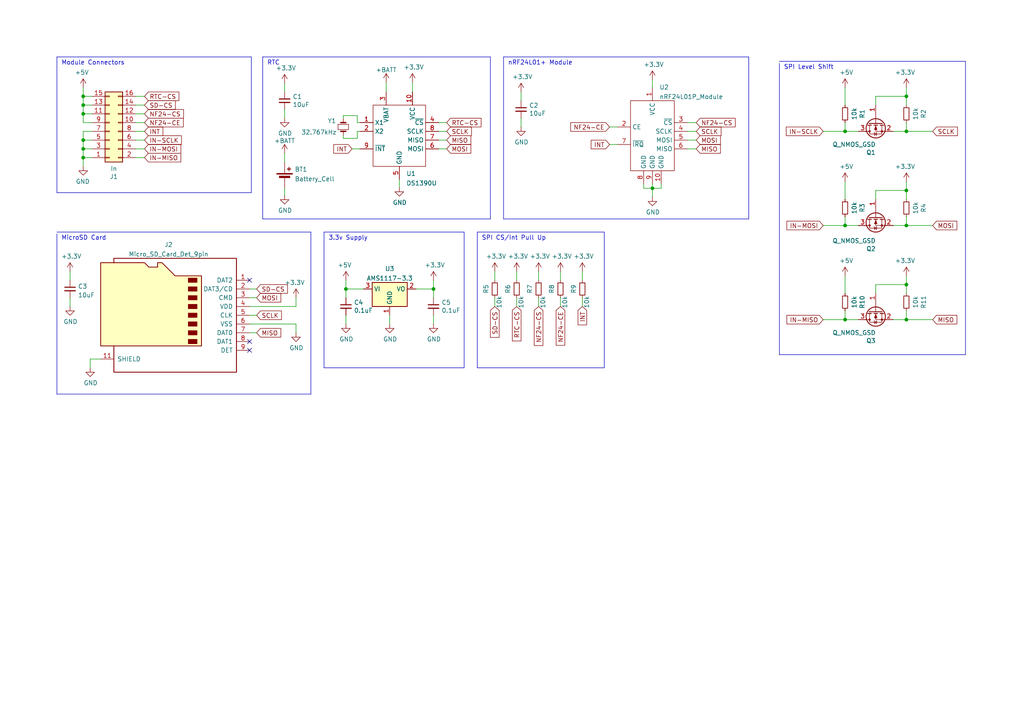
<source format=kicad_sch>
(kicad_sch (version 20230121) (generator eeschema)
  (paper "A4")
  (title_block (title "KTANE Physical Edition - SPI 2.4Ghz Radio / SD Card / RTC") (date "2021-04-17") (rev "1") (company "Designed by Melair") (comment 1 "A board with 3.3v SPI peripherals for communication, storage and time keeping."))
  (lib_symbols
    (symbol "Connector_Generic:Conn_02x08_Odd_Even" (pin_names (offset 1.016) hide)
      (property "Reference" "J" (at 1.27 10.16 0))
      (property "Value" "Conn_02x08_Odd_Even" (at 1.27 -12.7 0))
      (symbol "Conn_02x08_Odd_Even_1_1"
        (rectangle (start -1.27 -10.033) (end 0 -10.287) (stroke (width 0.1524)))
        (rectangle (start -1.27 -7.493) (end 0 -7.747) (stroke (width 0.1524)))
        (rectangle (start -1.27 -4.953) (end 0 -5.207) (stroke (width 0.1524)))
        (rectangle (start -1.27 -2.413) (end 0 -2.667) (stroke (width 0.1524)))
        (rectangle (start -1.27 0.127) (end 0 -0.127) (stroke (width 0.1524)))
        (rectangle (start -1.27 2.667) (end 0 2.413) (stroke (width 0.1524)))
        (rectangle (start -1.27 5.207) (end 0 4.953) (stroke (width 0.1524)))
        (rectangle (start -1.27 7.747) (end 0 7.493) (stroke (width 0.1524)))
        (rectangle (start -1.27 8.89) (end 3.81 -11.43) (stroke (width 0.254)) (fill (type background)))
        (rectangle (start 3.81 -10.033) (end 2.54 -10.287) (stroke (width 0.1524)))
        (rectangle (start 3.81 -7.493) (end 2.54 -7.747) (stroke (width 0.1524)))
        (rectangle (start 3.81 -4.953) (end 2.54 -5.207) (stroke (width 0.1524)))
        (rectangle (start 3.81 -2.413) (end 2.54 -2.667) (stroke (width 0.1524)))
        (rectangle (start 3.81 0.127) (end 2.54 -0.127) (stroke (width 0.1524)))
        (rectangle (start 3.81 2.667) (end 2.54 2.413) (stroke (width 0.1524)))
        (rectangle (start 3.81 5.207) (end 2.54 4.953) (stroke (width 0.1524)))
        (rectangle (start 3.81 7.747) (end 2.54 7.493) (stroke (width 0.1524)))
        (pin passive line (at -5.08 7.62 0) (length 3.81) (name "Pin_1") (number "1"))
        (pin passive line (at 7.62 -2.54 180) (length 3.81) (name "Pin_10") (number "10"))
        (pin passive line (at -5.08 -5.08 0) (length 3.81) (name "Pin_11") (number "11"))
        (pin passive line (at 7.62 -5.08 180) (length 3.81) (name "Pin_12") (number "12"))
        (pin passive line (at -5.08 -7.62 0) (length 3.81) (name "Pin_13") (number "13"))
        (pin passive line (at 7.62 -7.62 180) (length 3.81) (name "Pin_14") (number "14"))
        (pin passive line (at -5.08 -10.16 0) (length 3.81) (name "Pin_15") (number "15"))
        (pin passive line (at 7.62 -10.16 180) (length 3.81) (name "Pin_16") (number "16"))
        (pin passive line (at 7.62 7.62 180) (length 3.81) (name "Pin_2") (number "2"))
        (pin passive line (at -5.08 5.08 0) (length 3.81) (name "Pin_3") (number "3"))
        (pin passive line (at 7.62 5.08 180) (length 3.81) (name "Pin_4") (number "4"))
        (pin passive line (at -5.08 2.54 0) (length 3.81) (name "Pin_5") (number "5"))
        (pin passive line (at 7.62 2.54 180) (length 3.81) (name "Pin_6") (number "6"))
        (pin passive line (at -5.08 0 0) (length 3.81) (name "Pin_7") (number "7"))
        (pin passive line (at 7.62 0 180) (length 3.81) (name "Pin_8") (number "8"))
        (pin passive line (at -5.08 -2.54 0) (length 3.81) (name "Pin_9") (number "9"))
      )
    )
    (symbol "Device:Battery_Cell" (pin_numbers hide) (pin_names (offset 0) hide)
      (property "Reference" "BT" (at 2.54 2.54 0))
      (property "Value" "Battery_Cell" (at 2.54 0 0))
      (symbol "Battery_Cell_0_1"
        (rectangle (start -2.286 1.778) (end 2.286 1.524) (fill (type outline)))
        (rectangle (start -1.524 1.016) (end 1.524 0.508) (fill (type outline)))
        (polyline (pts (xy 0 0.762) (xy 0 0)))
        (polyline (pts (xy 0 1.778) (xy 0 2.54)))
        (polyline (pts (xy 0.762 3.048) (xy 1.778 3.048)) (stroke (width 0.254)))
        (polyline (pts (xy 1.27 3.556) (xy 1.27 2.54)) (stroke (width 0.254)))
      )
      (symbol "Battery_Cell_1_1"
        (pin passive line (at 0 5.08 270) (length 2.54) (name "+") (number "1"))
        (pin passive line (at 0 -2.54 90) (length 2.54) (name "-") (number "2"))
      )
    )
    (symbol "Device:C_Small" (pin_numbers hide) (pin_names (offset 0.254) hide)
      (property "Reference" "C" (at 0.254 1.778 0))
      (property "Value" "C_Small" (at 0.254 -2.032 0))
      (symbol "C_Small_0_1"
        (polyline (pts (xy -1.524 -0.508) (xy 1.524 -0.508)) (stroke (width 0.3302)))
        (polyline (pts (xy -1.524 0.508) (xy 1.524 0.508)) (stroke (width 0.3048)))
      )
      (symbol "C_Small_1_1"
        (pin passive line (at 0 2.54 270) (length 2.032) (name "~") (number "1"))
        (pin passive line (at 0 -2.54 90) (length 2.032) (name "~") (number "2"))
      )
    )
    (symbol "Device:Crystal_Small" (pin_numbers hide) (pin_names (offset 1.016) hide)
      (property "Reference" "Y" (at 0 2.54 0))
      (property "Value" "Crystal_Small" (at 0 -2.54 0))
      (symbol "Crystal_Small_0_1"
        (rectangle (start -0.762 -1.524) (end 0.762 1.524))
        (polyline (pts (xy -1.27 -0.762) (xy -1.27 0.762)) (stroke (width 0.381)))
        (polyline (pts (xy 1.27 -0.762) (xy 1.27 0.762)) (stroke (width 0.381)))
      )
      (symbol "Crystal_Small_1_1"
        (pin passive line (at -2.54 0 0) (length 1.27) (name "1") (number "1"))
        (pin passive line (at 2.54 0 180) (length 1.27) (name "2") (number "2"))
      )
    )
    (symbol "Device:Q_NMOS_GSD" (pin_names (offset 0) hide)
      (property "Reference" "Q" (at 5.08 1.27 0))
      (property "Value" "Q_NMOS_GSD" (at 5.08 -1.27 0))
      (symbol "Q_NMOS_GSD_0_1"
        (polyline (pts (xy 0.254 0) (xy -2.54 0)))
        (polyline (pts (xy 0.254 1.905) (xy 0.254 -1.905)) (stroke (width 0.254)))
        (polyline (pts (xy 0.762 -1.27) (xy 0.762 -2.286)) (stroke (width 0.254)))
        (polyline (pts (xy 0.762 0.508) (xy 0.762 -0.508)) (stroke (width 0.254)))
        (polyline (pts (xy 0.762 2.286) (xy 0.762 1.27)) (stroke (width 0.254)))
        (polyline (pts (xy 2.54 2.54) (xy 2.54 1.778)))
        (polyline (pts (xy 2.54 -2.54) (xy 2.54 0) (xy 0.762 0)))
        (polyline (pts (xy 0.762 -1.778) (xy 3.302 -1.778) (xy 3.302 1.778) (xy 0.762 1.778)))
        (polyline (pts (xy 1.016 0) (xy 2.032 0.381) (xy 2.032 -0.381) (xy 1.016 0)) (fill (type outline)))
        (polyline (pts (xy 2.794 0.508) (xy 2.921 0.381) (xy 3.683 0.381) (xy 3.81 0.254)))
        (polyline (pts (xy 3.302 0.381) (xy 2.921 -0.254) (xy 3.683 -0.254) (xy 3.302 0.381)))
        (circle (center 1.651 0) (radius 2.794) (stroke (width 0.254)))
        (circle (center 2.54 -1.778) (radius 0.254) (fill (type outline)))
        (circle (center 2.54 1.778) (radius 0.254) (fill (type outline)))
      )
      (symbol "Q_NMOS_GSD_1_1"
        (pin input line (at -5.08 0 0) (length 2.54) (name "G") (number "1"))
        (pin passive line (at 2.54 -5.08 90) (length 2.54) (name "S") (number "2"))
        (pin passive line (at 2.54 5.08 270) (length 2.54) (name "D") (number "3"))
      )
    )
    (symbol "Device:R_Small" (pin_numbers hide) (pin_names (offset 0.254) hide)
      (property "Reference" "R" (at 0.762 0.508 0))
      (property "Value" "R_Small" (at 0.762 -1.016 0))
      (symbol "R_Small_0_1"
        (rectangle (start -0.762 1.778) (end 0.762 -1.778) (stroke (width 0.2032)))
      )
      (symbol "R_Small_1_1"
        (pin passive line (at 0 2.54 270) (length 0.762) (name "~") (number "1"))
        (pin passive line (at 0 -2.54 90) (length 0.762) (name "~") (number "2"))
      )
    )
    (symbol "KTANE:DS1390U"
      (property "Reference" "U" (at -10.16 11.43 0))
      (property "Value" "DS1390U" (at 10.16 11.43 0))
      (symbol "DS1390U_0_1"
        (rectangle (start -7.62 8.89) (end 7.62 -8.89) (stroke (width 0.1524)))
      )
      (symbol "DS1390U_1_1"
        (pin passive line (at -11.43 3.81 0) (length 3.81) (name "X1") (number "1"))
        (pin power_in line (at 3.81 12.7 270) (length 3.81) (name "VCC") (number "10"))
        (pin passive line (at -11.43 1.27 0) (length 3.81) (name "X2") (number "2"))
        (pin power_in line (at -3.81 12.7 270) (length 3.81) (name "VBAT") (number "3"))
        (pin passive line (at 11.43 3.81 180) (length 3.81) (name "~{CS}") (number "4"))
        (pin passive line (at 0 -12.7 90) (length 3.81) (name "GND") (number "5"))
        (pin passive line (at 11.43 -3.81 180) (length 3.81) (name "MOSI") (number "6"))
        (pin passive line (at 11.43 -1.27 180) (length 3.81) (name "MISO") (number "7"))
        (pin passive line (at 11.43 1.27 180) (length 3.81) (name "SCLK") (number "8"))
        (pin passive line (at -11.43 -3.81 0) (length 3.81) (name "~{INT}") (number "9"))
      )
    )
    (symbol "KTANE:Micro_SD_Card_Det_9pin" (pin_names (offset 1.016))
      (property "Reference" "J" (at -16.51 17.78 0))
      (property "Value" "Micro_SD_Card_Det_9pin" (at 16.51 17.78 0))
      (symbol "Micro_SD_Card_Det_9pin_0_1"
        (rectangle (start -7.62 -6.985) (end -5.08 -8.255) (fill (type outline)))
        (rectangle (start -7.62 -4.445) (end -5.08 -5.715) (fill (type outline)))
        (rectangle (start -7.62 -1.905) (end -5.08 -3.175) (fill (type outline)))
        (rectangle (start -7.62 0.635) (end -5.08 -0.635) (fill (type outline)))
        (rectangle (start -7.62 3.175) (end -5.08 1.905) (fill (type outline)))
        (rectangle (start -7.62 5.715) (end -5.08 4.445) (fill (type outline)))
        (rectangle (start -7.62 8.255) (end -5.08 6.985) (fill (type outline)))
        (rectangle (start -7.62 10.795) (end -5.08 9.525) (fill (type outline)))
        (polyline (pts (xy 16.51 15.24) (xy 16.51 16.51) (xy -19.05 16.51) (xy -19.05 -16.51) (xy 16.51 -16.51) (xy 16.51 -8.89)) (stroke (width 0.254)))
        (polyline (pts (xy -8.89 -8.89) (xy -8.89 11.43) (xy -1.27 11.43) (xy 2.54 15.24) (xy 3.81 15.24) (xy 3.81 13.97) (xy 6.35 13.97) (xy 7.62 15.24) (xy 20.32 15.24) (xy 20.32 -8.89) (xy -8.89 -8.89)) (stroke (width 0.254)) (fill (type background)))
      )
      (symbol "Micro_SD_Card_Det_9pin_1_1"
        (pin bidirectional line (at -22.86 10.16 0) (length 3.81) (name "DAT2") (number "1"))
        (pin passive line (at 20.32 -12.7 180) (length 3.81) (name "SHIELD") (number "11"))
        (pin bidirectional line (at -22.86 7.62 0) (length 3.81) (name "DAT3/CD") (number "2"))
        (pin input line (at -22.86 5.08 0) (length 3.81) (name "CMD") (number "3"))
        (pin power_in line (at -22.86 2.54 0) (length 3.81) (name "VDD") (number "4"))
        (pin input line (at -22.86 0 0) (length 3.81) (name "CLK") (number "5"))
        (pin power_in line (at -22.86 -2.54 0) (length 3.81) (name "VSS") (number "6"))
        (pin bidirectional line (at -22.86 -5.08 0) (length 3.81) (name "DAT0") (number "7"))
        (pin bidirectional line (at -22.86 -7.62 0) (length 3.81) (name "DAT1") (number "8"))
        (pin passive line (at -22.86 -10.16 0) (length 3.81) (name "DET") (number "9"))
      )
    )
    (symbol "KTANE:nRF24L01P_Module"
      (property "Reference" "U" (at -8.89 15.24 0))
      (property "Value" "nRF24L01P_Module" (at 15.24 15.24 0))
      (symbol "nRF24L01P_Module_0_1"
        (rectangle (start -6.35 10.16) (end 6.35 -10.16) (stroke (width 0.1524)))
      )
      (symbol "nRF24L01P_Module_1_1"
        (pin passive line (at 0 13.97 270) (length 3.81) (name "VCC") (number "1"))
        (pin passive line (at 2.54 -13.97 90) (length 3.81) (name "GND") (number "10"))
        (pin passive line (at -10.16 2.54 0) (length 3.81) (name "CE") (number "2"))
        (pin passive line (at 10.16 3.81 180) (length 3.81) (name "~{CS}") (number "3"))
        (pin passive line (at 10.16 1.27 180) (length 3.81) (name "SCLK") (number "4"))
        (pin passive line (at 10.16 -1.27 180) (length 3.81) (name "MOSI") (number "5"))
        (pin passive line (at 10.16 -3.81 180) (length 3.81) (name "MISO") (number "6"))
        (pin passive line (at -10.16 -2.54 0) (length 3.81) (name "~{IRQ}") (number "7"))
        (pin passive line (at -2.54 -13.97 90) (length 3.81) (name "GND") (number "8"))
        (pin passive line (at 0 -13.97 90) (length 3.81) (name "GND") (number "9"))
      )
    )
    (symbol "Regulator_Linear:AMS1117-3.3"
      (property "Reference" "U" (at -3.81 3.175 0))
      (property "Value" "AMS1117-3.3" (at 0 3.175 0))
      (symbol "AMS1117-3.3_0_1"
        (rectangle (start -5.08 -5.08) (end 5.08 1.905) (stroke (width 0.254)) (fill (type background)))
      )
      (symbol "AMS1117-3.3_1_1"
        (pin power_in line (at 0 -7.62 90) (length 2.54) (name "GND") (number "1"))
        (pin power_out line (at 7.62 0 180) (length 2.54) (name "VO") (number "2"))
        (pin power_in line (at -7.62 0 0) (length 2.54) (name "VI") (number "3"))
      )
    )
    (symbol "power:+3.3V" (power) (pin_names (offset 0))
      (property "Value" "+3.3V" (at 0 3.556 0))
      (symbol "+3.3V_0_1"
        (polyline (pts (xy -0.762 1.27) (xy 0 2.54)))
        (polyline (pts (xy 0 0) (xy 0 2.54)))
        (polyline (pts (xy 0 2.54) (xy 0.762 1.27)))
      )
      (symbol "+3.3V_1_1"
        (pin power_in line (at 0 0 90) (length 0) hide (name "+3.3V") (number "1"))
      )
    )
    (symbol "power:+5V" (power) (pin_names (offset 0))
      (property "Value" "+5V" (at 0 3.556 0))
      (symbol "+5V_0_1"
        (polyline (pts (xy -0.762 1.27) (xy 0 2.54)))
        (polyline (pts (xy 0 0) (xy 0 2.54)))
        (polyline (pts (xy 0 2.54) (xy 0.762 1.27)))
      )
      (symbol "+5V_1_1"
        (pin power_in line (at 0 0 90) (length 0) hide (name "+5V") (number "1"))
      )
    )
    (symbol "power:+BATT" (power) (pin_names (offset 0))
      (property "Value" "+BATT" (at 0 3.556 0))
      (symbol "+BATT_0_1"
        (polyline (pts (xy -0.762 1.27) (xy 0 2.54)))
        (polyline (pts (xy 0 0) (xy 0 2.54)))
        (polyline (pts (xy 0 2.54) (xy 0.762 1.27)))
      )
      (symbol "+BATT_1_1"
        (pin power_in line (at 0 0 90) (length 0) hide (name "+BATT") (number "1"))
      )
    )
    (symbol "power:GND" (power) (pin_names (offset 0))
      (property "Value" "GND" (at 0 -3.81 0))
      (symbol "GND_0_1"
        (polyline (pts (xy 0 0) (xy 0 -1.27) (xy 1.27 -1.27) (xy 0 -2.54) (xy -1.27 -1.27) (xy 0 -1.27)))
      )
      (symbol "GND_1_1"
        (pin power_in line (at 0 0 270) (length 0) hide (name "GND") (number "1"))
      )
    )
  )
  (junction (at 189.23 54.61))
  (junction (at 245.11 38.1))
  (junction (at 245.11 92.71))
  (junction (at 262.89 27.94))
  (junction (at 24.13 27.94))
  (junction (at 24.13 43.18))
  (junction (at 125.73 83.82))
  (junction (at 262.89 65.405))
  (junction (at 100.33 83.82))
  (junction (at 245.11 65.405))
  (junction (at 24.13 40.64))
  (junction (at 262.89 92.71))
  (junction (at 262.89 82.55))
  (junction (at 24.13 33.02))
  (junction (at 24.13 45.72))
  (junction (at 262.89 55.245))
  (junction (at 24.13 30.48))
  (junction (at 262.89 38.1))
  (no_connect (at 72.39 81.28))
  (no_connect (at 72.39 99.06))
  (no_connect (at 72.39 101.6))
  (wire (pts (xy 100.33 81.28) (xy 100.33 83.82)))
  (wire (pts (xy 245.11 80.01) (xy 245.11 85.09)))
  (wire (pts (xy 262.89 62.865) (xy 262.89 65.405)))
  (wire (pts (xy 82.55 44.45) (xy 82.55 46.99)))
  (wire (pts (xy 103.632 38.1) (xy 104.394 38.1)))
  (polyline (pts (xy 72.898 55.88) (xy 16.51 55.88)))
  (polyline (pts (xy 142.24 63.5) (xy 76.2 63.5)))
  (polyline (pts (xy 16.51 67.818) (xy 16.51 114.3)))
  (wire (pts (xy 100.33 83.82) (xy 100.33 86.36)))
  (wire (pts (xy 162.56 78.74) (xy 162.56 81.28)))
  (wire (pts (xy 245.11 38.1) (xy 248.92 38.1)))
  (wire (pts (xy 72.39 86.36) (xy 74.422 86.36)))
  (wire (pts (xy 26.67 43.18) (xy 24.13 43.18)))
  (wire (pts (xy 127.254 43.18) (xy 129.54 43.18)))
  (wire (pts (xy 151.13 29.21) (xy 151.13 26.67)))
  (wire (pts (xy 72.39 88.9) (xy 85.852 88.9)))
  (wire (pts (xy 127.254 35.56) (xy 129.54 35.56)))
  (wire (pts (xy 26.67 45.72) (xy 24.13 45.72)))
  (wire (pts (xy 72.39 83.82) (xy 74.422 83.82)))
  (polyline (pts (xy 90.17 114.3) (xy 90.17 67.31)))
  (wire (pts (xy 262.89 25.4) (xy 262.89 27.94)))
  (wire (pts (xy 245.11 25.4) (xy 245.11 30.48)))
  (wire (pts (xy 191.77 53.34) (xy 191.77 54.61)))
  (wire (pts (xy 103.632 33.528) (xy 103.632 35.56)))
  (wire (pts (xy 262.89 55.245) (xy 262.89 57.785)))
  (wire (pts (xy 254 82.55) (xy 254 85.09)))
  (wire (pts (xy 259.08 38.1) (xy 262.89 38.1)))
  (polyline (pts (xy 138.43 67.31) (xy 138.43 106.68)))
  (wire (pts (xy 24.13 45.72) (xy 24.13 48.26)))
  (wire (pts (xy 262.89 27.94) (xy 254 27.94)))
  (wire (pts (xy 26.162 104.14) (xy 29.21 104.14)))
  (wire (pts (xy 245.11 62.865) (xy 245.11 65.405)))
  (polyline (pts (xy 16.51 67.31) (xy 90.17 67.31)))
  (polyline (pts (xy 16.51 16.51) (xy 72.898 16.51)))
  (wire (pts (xy 82.55 54.61) (xy 82.55 56.642)))
  (wire (pts (xy 168.91 78.74) (xy 168.91 81.28)))
  (wire (pts (xy 115.824 52.07) (xy 115.824 54.356)))
  (polyline (pts (xy 16.51 114.3) (xy 90.17 114.3)))
  (wire (pts (xy 238.76 92.71) (xy 245.11 92.71)))
  (polyline (pts (xy 134.62 106.68) (xy 93.98 106.68)))
  (wire (pts (xy 176.784 41.91) (xy 179.07 41.91)))
  (wire (pts (xy 143.51 86.36) (xy 143.51 88.9)))
  (wire (pts (xy 254 27.94) (xy 254 30.48)))
  (polyline (pts (xy 134.62 67.31) (xy 134.62 106.68)))
  (polyline (pts (xy 93.98 67.31) (xy 134.62 67.31)))
  (polyline (pts (xy 72.898 16.51) (xy 72.898 55.88)))
  (wire (pts (xy 156.21 78.74) (xy 156.21 81.28)))
  (wire (pts (xy 162.56 86.36) (xy 162.56 88.9)))
  (wire (pts (xy 262.89 82.55) (xy 262.89 85.09)))
  (wire (pts (xy 100.33 83.82) (xy 105.41 83.82)))
  (polyline (pts (xy 175.26 67.31) (xy 175.26 106.68)))
  (polyline (pts (xy 217.17 16.51) (xy 217.17 63.5)))
  (wire (pts (xy 99.568 33.528) (xy 103.632 33.528)))
  (polyline (pts (xy 138.43 67.31) (xy 175.26 67.31)))
  (polyline (pts (xy 280.035 102.87) (xy 280.035 17.78)))
  (wire (pts (xy 245.11 65.405) (xy 248.92 65.405)))
  (wire (pts (xy 39.37 40.64) (xy 41.91 40.64)))
  (wire (pts (xy 245.11 90.17) (xy 245.11 92.71)))
  (wire (pts (xy 262.89 92.71) (xy 270.51 92.71)))
  (wire (pts (xy 238.76 38.1) (xy 245.11 38.1)))
  (wire (pts (xy 26.67 33.02) (xy 24.13 33.02)))
  (wire (pts (xy 127.254 38.1) (xy 129.54 38.1)))
  (wire (pts (xy 199.39 35.56) (xy 201.93 35.56)))
  (wire (pts (xy 143.51 78.74) (xy 143.51 81.28)))
  (polyline (pts (xy 146.05 16.51) (xy 146.05 63.5)))
  (wire (pts (xy 254 55.245) (xy 254 57.785)))
  (wire (pts (xy 24.13 27.94) (xy 24.13 25.4)))
  (wire (pts (xy 127.254 40.64) (xy 129.54 40.64)))
  (wire (pts (xy 72.39 91.44) (xy 74.422 91.44)))
  (wire (pts (xy 199.39 43.18) (xy 201.93 43.18)))
  (wire (pts (xy 262.89 82.55) (xy 254 82.55)))
  (wire (pts (xy 26.67 38.1) (xy 24.13 38.1)))
  (wire (pts (xy 20.32 81.28) (xy 20.32 78.74)))
  (wire (pts (xy 26.162 106.68) (xy 26.162 104.14)))
  (wire (pts (xy 113.03 91.44) (xy 113.03 93.98)))
  (wire (pts (xy 100.33 91.44) (xy 100.33 93.98)))
  (polyline (pts (xy 217.17 63.5) (xy 146.05 63.5)))
  (wire (pts (xy 151.13 36.83) (xy 151.13 34.29)))
  (wire (pts (xy 168.91 86.36) (xy 168.91 88.9)))
  (wire (pts (xy 24.13 33.02) (xy 24.13 30.48)))
  (wire (pts (xy 102.108 43.18) (xy 104.394 43.18)))
  (wire (pts (xy 103.632 40.132) (xy 103.632 38.1)))
  (wire (pts (xy 149.86 86.36) (xy 149.86 88.9)))
  (polyline (pts (xy 226.06 102.87) (xy 280.035 102.87)))
  (wire (pts (xy 262.89 55.245) (xy 254 55.245)))
  (polyline (pts (xy 175.26 106.68) (xy 138.43 106.68)))
  (wire (pts (xy 245.11 52.705) (xy 245.11 57.785)))
  (polyline (pts (xy 76.2 16.51) (xy 142.24 16.51)))
  (wire (pts (xy 262.89 38.1) (xy 270.51 38.1)))
  (wire (pts (xy 24.13 38.1) (xy 24.13 40.64)))
  (wire (pts (xy 262.89 35.56) (xy 262.89 38.1)))
  (polyline (pts (xy 16.51 55.88) (xy 16.51 16.51)))
  (wire (pts (xy 24.13 40.64) (xy 24.13 43.18)))
  (wire (pts (xy 156.21 86.36) (xy 156.21 88.9)))
  (polyline (pts (xy 142.24 16.51) (xy 142.24 63.5)))
  (wire (pts (xy 186.69 54.61) (xy 189.23 54.61)))
  (wire (pts (xy 24.13 35.56) (xy 24.13 33.02)))
  (wire (pts (xy 39.37 38.1) (xy 41.91 38.1)))
  (wire (pts (xy 119.634 23.876) (xy 119.634 26.67)))
  (polyline (pts (xy 93.98 67.31) (xy 93.98 106.68)))
  (wire (pts (xy 20.32 88.9) (xy 20.32 86.36)))
  (wire (pts (xy 99.568 34.29) (xy 99.568 33.528)))
  (wire (pts (xy 85.852 88.9) (xy 85.852 86.36)))
  (wire (pts (xy 149.86 78.74) (xy 149.86 81.28)))
  (wire (pts (xy 125.73 91.44) (xy 125.73 93.98)))
  (wire (pts (xy 72.39 93.98) (xy 85.852 93.98)))
  (polyline (pts (xy 146.05 16.51) (xy 217.17 16.51)))
  (wire (pts (xy 245.11 35.56) (xy 245.11 38.1)))
  (wire (pts (xy 99.568 40.132) (xy 103.632 40.132)))
  (wire (pts (xy 26.67 35.56) (xy 24.13 35.56)))
  (wire (pts (xy 82.55 26.67) (xy 82.55 24.13)))
  (wire (pts (xy 262.89 52.705) (xy 262.89 55.245)))
  (wire (pts (xy 39.37 27.94) (xy 41.91 27.94)))
  (wire (pts (xy 199.39 38.1) (xy 201.93 38.1)))
  (wire (pts (xy 189.23 23.114) (xy 189.23 25.4)))
  (wire (pts (xy 189.23 54.61) (xy 189.23 57.15)))
  (wire (pts (xy 245.11 92.71) (xy 248.92 92.71)))
  (wire (pts (xy 24.13 30.48) (xy 24.13 27.94)))
  (wire (pts (xy 103.632 35.56) (xy 104.394 35.56)))
  (wire (pts (xy 39.37 45.72) (xy 41.91 45.72)))
  (wire (pts (xy 24.13 43.18) (xy 24.13 45.72)))
  (polyline (pts (xy 226.06 18.415) (xy 226.06 102.87)))
  (wire (pts (xy 189.23 53.34) (xy 189.23 54.61)))
  (wire (pts (xy 262.89 27.94) (xy 262.89 30.48)))
  (polyline (pts (xy 76.2 16.51) (xy 76.2 63.5)))
  (wire (pts (xy 125.73 81.28) (xy 125.73 83.82)))
  (wire (pts (xy 39.37 30.48) (xy 41.91 30.48)))
  (wire (pts (xy 85.852 93.98) (xy 85.852 96.52)))
  (wire (pts (xy 26.67 40.64) (xy 24.13 40.64)))
  (wire (pts (xy 39.37 35.56) (xy 41.91 35.56)))
  (wire (pts (xy 112.014 23.876) (xy 112.014 26.67)))
  (wire (pts (xy 125.73 83.82) (xy 125.73 86.36)))
  (wire (pts (xy 125.73 83.82) (xy 120.65 83.82)))
  (wire (pts (xy 82.55 34.29) (xy 82.55 31.75)))
  (wire (pts (xy 259.08 92.71) (xy 262.89 92.71)))
  (wire (pts (xy 262.89 90.17) (xy 262.89 92.71)))
  (wire (pts (xy 99.568 39.37) (xy 99.568 40.132)))
  (wire (pts (xy 39.37 33.02) (xy 41.91 33.02)))
  (wire (pts (xy 238.76 65.405) (xy 245.11 65.405)))
  (wire (pts (xy 199.39 40.64) (xy 201.93 40.64)))
  (wire (pts (xy 259.08 65.405) (xy 262.89 65.405)))
  (wire (pts (xy 176.784 36.83) (xy 179.07 36.83)))
  (wire (pts (xy 26.67 30.48) (xy 24.13 30.48)))
  (wire (pts (xy 72.39 96.52) (xy 74.422 96.52)))
  (wire (pts (xy 262.89 65.405) (xy 270.51 65.405)))
  (polyline (pts (xy 226.06 17.78) (xy 280.035 17.78)))
  (wire (pts (xy 186.69 53.34) (xy 186.69 54.61)))
  (wire (pts (xy 39.37 43.18) (xy 41.91 43.18)))
  (wire (pts (xy 189.23 54.61) (xy 191.77 54.61)))
  (wire (pts (xy 26.67 27.94) (xy 24.13 27.94)))
  (wire (pts (xy 262.89 80.01) (xy 262.89 82.55)))
  (text "RTC" (at 77.47 19.05 0) (effects (font (size 1.27 1.27)) (justify left bottom)))
  (text "Module Connectors" (at 17.78 19.05 0) (effects (font (size 1.27 1.27)) (justify left bottom)))
  (text "SPI CS/Int Pull Up" (at 139.7 69.85 0) (effects (font (size 1.27 1.27)) (justify left bottom)))
  (text "3.3v Supply" (at 95.25 69.85 0) (effects (font (size 1.27 1.27)) (justify left bottom)))
  (text "nRF24L01+ Module\n" (at 147.32 19.05 0) (effects (font (size 1.27 1.27)) (justify left bottom)))
  (text "SPI Level Shift" (at 227.33 20.32 0) (effects (font (size 1.27 1.27)) (justify left bottom)))
  (text "MicroSD Card" (at 17.78 69.85 0) (effects (font (size 1.27 1.27)) (justify left bottom)))
  (global_label "RTC-CS" (shape input) (at 129.54 35.56 0) (property "Intersheetrefs" "${INTERSHEET_REFS}" (effects hide)))
  (global_label "MISO" (shape input) (at 129.54 40.64 0) (property "Intersheetrefs" "${INTERSHEET_REFS}" (effects hide)))
  (global_label "INT" (shape input) (at 41.91 38.1 0) (property "Intersheetrefs" "${INTERSHEET_REFS}" (effects hide)))
  (global_label "MOSI" (shape input) (at 270.51 65.405 0) (property "Intersheetrefs" "${INTERSHEET_REFS}" (effects hide)))
  (global_label "IN-MISO" (shape input) (at 238.76 92.71 180) (property "Intersheetrefs" "${INTERSHEET_REFS}" (effects hide)))
  (global_label "IN-SCLK" (shape input) (at 41.91 40.64 0) (property "Intersheetrefs" "${INTERSHEET_REFS}" (effects hide)))
  (global_label "INT" (shape input) (at 168.91 88.9 270) (property "Intersheetrefs" "${INTERSHEET_REFS}" (effects hide)))
  (global_label "NF24-CS" (shape input) (at 201.93 35.56 0) (property "Intersheetrefs" "${INTERSHEET_REFS}" (effects hide)))
  (global_label "NF24-CE" (shape input) (at 41.91 35.56 0) (property "Intersheetrefs" "${INTERSHEET_REFS}" (effects hide)))
  (global_label "MISO" (shape input) (at 270.51 92.71 0) (property "Intersheetrefs" "${INTERSHEET_REFS}" (effects hide)))
  (global_label "RTC-CS" (shape input) (at 149.86 88.9 270) (property "Intersheetrefs" "${INTERSHEET_REFS}" (effects hide)))
  (global_label "IN-SCLK" (shape input) (at 238.76 38.1 180) (property "Intersheetrefs" "${INTERSHEET_REFS}" (effects hide)))
  (global_label "IN-MOSI" (shape input) (at 41.91 43.18 0) (property "Intersheetrefs" "${INTERSHEET_REFS}" (effects hide)))
  (global_label "MISO" (shape input) (at 74.422 96.52 0) (property "Intersheetrefs" "${INTERSHEET_REFS}" (effects hide)))
  (global_label "IN-MOSI" (shape input) (at 238.76 65.405 180) (property "Intersheetrefs" "${INTERSHEET_REFS}" (effects hide)))
  (global_label "IN-MISO" (shape input) (at 41.91 45.72 0) (property "Intersheetrefs" "${INTERSHEET_REFS}" (effects hide)))
  (global_label "NF24-CE" (shape input) (at 176.784 36.83 180) (property "Intersheetrefs" "${INTERSHEET_REFS}" (effects hide)))
  (global_label "NF24-CE" (shape input) (at 162.56 88.9 270) (property "Intersheetrefs" "${INTERSHEET_REFS}" (effects hide)))
  (global_label "NF24-CS" (shape input) (at 41.91 33.02 0) (property "Intersheetrefs" "${INTERSHEET_REFS}" (effects hide)))
  (global_label "INT" (shape input) (at 176.784 41.91 180) (property "Intersheetrefs" "${INTERSHEET_REFS}" (effects hide)))
  (global_label "MOSI" (shape input) (at 74.422 86.36 0) (property "Intersheetrefs" "${INTERSHEET_REFS}" (effects hide)))
  (global_label "SCLK" (shape input) (at 74.422 91.44 0) (property "Intersheetrefs" "${INTERSHEET_REFS}" (effects hide)))
  (global_label "SCLK" (shape input) (at 201.93 38.1 0) (property "Intersheetrefs" "${INTERSHEET_REFS}" (effects hide)))
  (global_label "SD-CS" (shape input) (at 143.51 88.9 270) (property "Intersheetrefs" "${INTERSHEET_REFS}" (effects hide)))
  (global_label "RTC-CS" (shape input) (at 41.91 27.94 0) (property "Intersheetrefs" "${INTERSHEET_REFS}" (effects hide)))
  (global_label "MISO" (shape input) (at 201.93 43.18 0) (property "Intersheetrefs" "${INTERSHEET_REFS}" (effects hide)))
  (global_label "SD-CS" (shape input) (at 41.91 30.48 0) (property "Intersheetrefs" "${INTERSHEET_REFS}" (effects hide)))
  (global_label "SCLK" (shape input) (at 129.54 38.1 0) (property "Intersheetrefs" "${INTERSHEET_REFS}" (effects hide)))
  (global_label "NF24-CS" (shape input) (at 156.21 88.9 270) (property "Intersheetrefs" "${INTERSHEET_REFS}" (effects hide)))
  (global_label "INT" (shape input) (at 102.108 43.18 180) (property "Intersheetrefs" "${INTERSHEET_REFS}" (effects hide)))
  (global_label "MOSI" (shape input) (at 129.54 43.18 0) (property "Intersheetrefs" "${INTERSHEET_REFS}" (effects hide)))
  (global_label "MOSI" (shape input) (at 201.93 40.64 0) (property "Intersheetrefs" "${INTERSHEET_REFS}" (effects hide)))
  (global_label "SD-CS" (shape input) (at 74.422 83.82 0) (property "Intersheetrefs" "${INTERSHEET_REFS}" (effects hide)))
  (global_label "SCLK" (shape input) (at 270.51 38.1 0) (property "Intersheetrefs" "${INTERSHEET_REFS}" (effects hide)))
  (symbol (lib_id "Connector_Generic:Conn_02x08_Odd_Even") (at 31.75 38.1 0) (mirror x) (unit 1)
    (property "Reference" "J1" (at 33.02 51.2318 0))
    (property "Value" "In" (at 33.02 48.9204 0))
    (property "Footprint" "Custom:PinHeader_2x08_P2.54mm_Vertical-Centered" (effects hide))
  )
  (symbol (lib_id "power:GND") (at 24.13 48.26 0) (mirror y) (unit 1)
    (property "Reference" "#PWR012" (effects hide))
    (property "Value" "GND" (at 24.003 52.6542 0))
  )
  (symbol (lib_id "power:+5V") (at 24.13 25.4 0) (mirror y) (unit 1)
    (property "Reference" "#PWR05" (effects hide))
    (property "Value" "+5V" (at 23.749 21.0058 0))
  )
  (symbol (lib_id "Device:C_Small") (at 125.73 88.9 0) (unit 1)
    (property "Reference" "C5" (at 128.0668 87.7316 0) (effects (justify left)))
    (property "Value" "0.1uF" (at 128.0668 90.043 0) (effects (justify left)))
    (property "Footprint" "Capacitor_SMD:C_0805_2012Metric" (effects hide))
  )
  (symbol (lib_id "power:+3.3V") (at 189.23 23.114 0) (unit 1)
    (property "Reference" "#PWR01" (effects hide))
    (property "Value" "+3.3V" (at 189.611 18.7198 0))
  )
  (symbol (lib_id "Device:R_Small") (at 245.11 33.02 0) (mirror x) (unit 1)
    (property "Reference" "R1" (at 250.0884 33.02 90))
    (property "Value" "10k" (at 247.777 33.02 90))
    (property "Footprint" "Resistor_SMD:R_0805_2012Metric" (effects hide))
  )
  (symbol (lib_id "power:+3.3V") (at 262.89 52.705 0) (mirror y) (unit 1)
    (property "Reference" "#PWR014" (effects hide))
    (property "Value" "+3.3V" (at 262.509 48.3108 0))
  )
  (symbol (lib_id "power:+3.3V") (at 85.852 86.36 0) (mirror y) (unit 1)
    (property "Reference" "#PWR028" (effects hide))
    (property "Value" "+3.3V" (at 85.471 81.9658 0))
  )
  (symbol (lib_id "Regulator_Linear:AMS1117-3.3") (at 113.03 83.82 0) (unit 1)
    (property "Reference" "U3" (at 113.03 77.9485 0))
    (property "Value" "AMS1117-3.3" (at 113.03 80.7236 0))
    (property "Footprint" "Package_TO_SOT_SMD:SOT-223-3_TabPin2" (effects hide))
    (property "Datasheet" "http://www.advanced-monolithic.com/pdf/ds1117.pdf" (effects hide))
  )
  (symbol (lib_id "Device:C_Small") (at 151.13 31.75 0) (unit 1)
    (property "Reference" "C2" (at 153.4668 30.5816 0) (effects (justify left)))
    (property "Value" "10uF" (at 153.4668 32.893 0) (effects (justify left)))
    (property "Footprint" "Capacitor_SMD:C_0805_2012Metric" (effects hide))
  )
  (symbol (lib_id "power:GND") (at 113.03 93.98 0) (unit 1)
    (property "Reference" "#PWR031" (effects hide))
    (property "Value" "GND" (at 113.157 98.3742 0))
  )
  (symbol (lib_id "Device:R_Small") (at 262.89 33.02 0) (mirror x) (unit 1)
    (property "Reference" "R2" (at 267.8684 33.02 90))
    (property "Value" "10k" (at 265.557 33.02 90))
    (property "Footprint" "Resistor_SMD:R_0805_2012Metric" (effects hide))
  )
  (symbol (lib_id "power:+5V") (at 245.11 25.4 0) (unit 1)
    (property "Reference" "#PWR06" (effects hide))
    (property "Value" "+5V" (at 245.491 21.0058 0))
  )
  (symbol (lib_id "power:GND") (at 82.55 34.29 0) (unit 1)
    (property "Reference" "#PWR09" (effects hide))
    (property "Value" "GND" (at 82.677 38.6842 0))
  )
  (symbol (lib_id "KTANE:Micro_SD_Card_Det_9pin") (at 49.53 91.44 0) (mirror y) (unit 1)
    (property "Reference" "J2" (at 48.895 70.9635 0))
    (property "Value" "Micro_SD_Card_Det_9pin" (at 48.895 73.7386 0))
    (property "Footprint" "SPIRadioCFRTC:mSDCardSlot" (effects hide))
    (property "Datasheet" "https://www.hirose.com/product/en/download_file/key_name/DM3/category/Catalog/doc_file_id/49662/?file_category_id=4&item_id=195&is_series=1" (effects hide))
  )
  (symbol (lib_id "Device:Q_NMOS_GSD") (at 254 90.17 90) (mirror x) (unit 1)
    (property "Reference" "Q3" (at 254 98.8314 90) (effects (justify left)))
    (property "Value" "Q_NMOS_GSD" (at 254 96.52 90) (effects (justify left)))
    (property "Footprint" "Package_TO_SOT_SMD:SOT-23" (effects hide))
  )
  (symbol (lib_id "power:+BATT") (at 112.014 23.876 0) (unit 1)
    (property "Reference" "#PWR02" (effects hide))
    (property "Value" "+BATT" (at 112.014 20.2715 0))
  )
  (symbol (lib_id "power:+3.3V") (at 82.55 24.13 0) (unit 1)
    (property "Reference" "#PWR04" (effects hide))
    (property "Value" "+3.3V" (at 82.931 19.7358 0))
  )
  (symbol (lib_id "Device:Q_NMOS_GSD") (at 254 62.865 90) (mirror x) (unit 1)
    (property "Reference" "Q2" (at 254 72.1614 90) (effects (justify left)))
    (property "Value" "Q_NMOS_GSD" (at 254 69.85 90) (effects (justify left)))
    (property "Footprint" "Package_TO_SOT_SMD:SOT-23" (effects hide))
  )
  (symbol (lib_id "KTANE:nRF24L01P_Module") (at 189.23 39.37 0) (unit 1)
    (property "Reference" "U2" (at 191.2494 25.2943 0) (effects (justify left)))
    (property "Value" "nRF24L01P_Module" (at 191.2494 28.0694 0) (effects (justify left)))
    (property "Footprint" "SPIRadioCFRTC:NRF24L01P-Module" (effects hide))
  )
  (symbol (lib_id "power:GND") (at 85.852 96.52 0) (unit 1)
    (property "Reference" "#PWR033" (effects hide))
    (property "Value" "GND" (at 85.979 100.9142 0))
  )
  (symbol (lib_id "power:GND") (at 20.32 88.9 0) (unit 1)
    (property "Reference" "#PWR029" (effects hide))
    (property "Value" "GND" (at 20.447 93.2942 0))
  )
  (symbol (lib_id "power:+3.3V") (at 20.32 78.74 0) (unit 1)
    (property "Reference" "#PWR018" (effects hide))
    (property "Value" "+3.3V" (at 20.701 74.3458 0))
  )
  (symbol (lib_id "power:GND") (at 82.55 56.642 0) (unit 1)
    (property "Reference" "#PWR016" (effects hide))
    (property "Value" "GND" (at 82.677 61.0362 0))
  )
  (symbol (lib_id "Device:C_Small") (at 20.32 83.82 0) (unit 1)
    (property "Reference" "C3" (at 22.606 83.058 0) (effects (justify left)))
    (property "Value" "10uF" (at 22.606 85.598 0) (effects (justify left)))
    (property "Footprint" "Capacitor_SMD:C_0805_2012Metric" (effects hide))
  )
  (symbol (lib_id "power:+3.3V") (at 262.89 25.4 0) (mirror y) (unit 1)
    (property "Reference" "#PWR07" (effects hide))
    (property "Value" "+3.3V" (at 262.509 21.0058 0))
  )
  (symbol (lib_id "power:GND") (at 151.13 36.83 0) (unit 1)
    (property "Reference" "#PWR010" (effects hide))
    (property "Value" "GND" (at 151.257 41.2242 0))
  )
  (symbol (lib_id "power:GND") (at 26.162 106.68 0) (unit 1)
    (property "Reference" "#PWR034" (effects hide))
    (property "Value" "GND" (at 26.289 111.0742 0))
  )
  (symbol (lib_id "Device:C_Small") (at 82.55 29.21 0) (unit 1)
    (property "Reference" "C1" (at 84.8868 28.0416 0) (effects (justify left)))
    (property "Value" "10uF" (at 84.8868 30.353 0) (effects (justify left)))
    (property "Footprint" "Capacitor_SMD:C_0805_2012Metric" (effects hide))
  )
  (symbol (lib_id "power:GND") (at 125.73 93.98 0) (unit 1)
    (property "Reference" "#PWR032" (effects hide))
    (property "Value" "GND" (at 125.857 98.3742 0))
  )
  (symbol (lib_id "power:+3.3V") (at 156.21 78.74 0) (unit 1)
    (property "Reference" "#PWR021" (effects hide))
    (property "Value" "+3.3V" (at 156.591 74.3458 0))
  )
  (symbol (lib_id "Device:Crystal_Small") (at 99.568 36.83 90) (unit 1)
    (property "Reference" "Y1" (at 94.996 35.052 90) (effects (justify right)))
    (property "Value" "32.767kHz" (at 87.376 38.354 90) (effects (justify right)))
    (property "Footprint" "Crystal:Crystal_SMD_3215-2Pin_3.2x1.5mm" (effects hide))
  )
  (symbol (lib_id "power:GND") (at 115.824 54.356 0) (unit 1)
    (property "Reference" "#PWR015" (effects hide))
    (property "Value" "GND" (at 115.951 58.7502 0))
  )
  (symbol (lib_id "power:+3.3V") (at 162.56 78.74 0) (unit 1)
    (property "Reference" "#PWR022" (effects hide))
    (property "Value" "+3.3V" (at 162.941 74.3458 0))
  )
  (symbol (lib_id "Device:Battery_Cell") (at 82.55 52.07 0) (unit 1)
    (property "Reference" "BT1" (at 85.471 49.1295 0) (effects (justify left)))
    (property "Value" "Battery_Cell" (at 85.471 51.9046 0) (effects (justify left)))
    (property "Footprint" "SPIRadioCFRTC:CellHolder" (effects hide))
  )
  (symbol (lib_id "power:+3.3V") (at 151.13 26.67 0) (unit 1)
    (property "Reference" "#PWR08" (effects hide))
    (property "Value" "+3.3V" (at 151.511 22.2758 0))
  )
  (symbol (lib_id "KTANE:DS1390U") (at 115.824 39.37 0) (unit 1)
    (property "Reference" "U1" (at 117.8434 50.3587 0) (effects (justify left)))
    (property "Value" "DS1390U" (at 117.8434 53.1338 0) (effects (justify left)))
    (property "Footprint" "Package_SO:MSOP-10_3x3mm_P0.5mm" (effects hide))
  )
  (symbol (lib_id "power:+3.3V") (at 143.51 78.74 0) (unit 1)
    (property "Reference" "#PWR019" (effects hide))
    (property "Value" "+3.3V" (at 143.891 74.3458 0))
  )
  (symbol (lib_id "Device:R_Small") (at 245.11 87.63 0) (mirror x) (unit 1)
    (property "Reference" "R10" (at 250.0884 87.63 90))
    (property "Value" "10k" (at 247.777 87.63 90))
    (property "Footprint" "Resistor_SMD:R_0805_2012Metric" (effects hide))
  )
  (symbol (lib_id "Device:R_Small") (at 162.56 83.82 0) (mirror x) (unit 1)
    (property "Reference" "R8" (at 160.02 83.82 90))
    (property "Value" "10k" (at 163.83 87.63 90))
    (property "Footprint" "Resistor_SMD:R_0805_2012Metric" (effects hide))
  )
  (symbol (lib_id "power:+3.3V") (at 119.634 23.876 0) (unit 1)
    (property "Reference" "#PWR03" (effects hide))
    (property "Value" "+3.3V" (at 120.015 19.4818 0))
  )
  (symbol (lib_id "Device:R_Small") (at 262.89 60.325 0) (mirror x) (unit 1)
    (property "Reference" "R4" (at 267.8684 60.325 90))
    (property "Value" "10k" (at 265.557 60.325 90))
    (property "Footprint" "Resistor_SMD:R_0805_2012Metric" (effects hide))
  )
  (symbol (lib_id "power:+5V") (at 245.11 80.01 0) (unit 1)
    (property "Reference" "#PWR024" (effects hide))
    (property "Value" "+5V" (at 245.491 75.6158 0))
  )
  (symbol (lib_id "power:GND") (at 100.33 93.98 0) (unit 1)
    (property "Reference" "#PWR030" (effects hide))
    (property "Value" "GND" (at 100.457 98.3742 0))
  )
  (symbol (lib_id "Device:R_Small") (at 168.91 83.82 0) (mirror x) (unit 1)
    (property "Reference" "R9" (at 166.37 83.82 90))
    (property "Value" "10k" (at 170.18 87.63 90))
    (property "Footprint" "Resistor_SMD:R_0805_2012Metric" (effects hide))
  )
  (symbol (lib_id "power:+3.3V") (at 149.86 78.74 0) (unit 1)
    (property "Reference" "#PWR020" (effects hide))
    (property "Value" "+3.3V" (at 150.241 74.3458 0))
  )
  (symbol (lib_id "power:GND") (at 189.23 57.15 0) (unit 1)
    (property "Reference" "#PWR017" (effects hide))
    (property "Value" "GND" (at 189.357 61.5442 0))
  )
  (symbol (lib_id "Device:R_Small") (at 262.89 87.63 0) (mirror x) (unit 1)
    (property "Reference" "R11" (at 267.8684 87.63 90))
    (property "Value" "10k" (at 265.557 87.63 90))
    (property "Footprint" "Resistor_SMD:R_0805_2012Metric" (effects hide))
  )
  (symbol (lib_id "Device:R_Small") (at 156.21 83.82 0) (mirror x) (unit 1)
    (property "Reference" "R7" (at 153.67 83.82 90))
    (property "Value" "10k" (at 157.48 87.63 90))
    (property "Footprint" "Resistor_SMD:R_0805_2012Metric" (effects hide))
  )
  (symbol (lib_id "Device:R_Small") (at 143.51 83.82 0) (mirror x) (unit 1)
    (property "Reference" "R5" (at 140.97 83.82 90))
    (property "Value" "10k" (at 144.78 87.63 90))
    (property "Footprint" "Resistor_SMD:R_0805_2012Metric" (effects hide))
  )
  (symbol (lib_id "power:+3.3V") (at 125.73 81.28 0) (unit 1)
    (property "Reference" "#PWR027" (effects hide))
    (property "Value" "+3.3V" (at 126.111 76.8858 0))
  )
  (symbol (lib_id "power:+3.3V") (at 168.91 78.74 0) (unit 1)
    (property "Reference" "#PWR023" (effects hide))
    (property "Value" "+3.3V" (at 169.291 74.3458 0))
  )
  (symbol (lib_id "Device:R_Small") (at 245.11 60.325 0) (mirror x) (unit 1)
    (property "Reference" "R3" (at 250.0884 60.325 90))
    (property "Value" "10k" (at 247.777 60.325 90))
    (property "Footprint" "Resistor_SMD:R_0805_2012Metric" (effects hide))
  )
  (symbol (lib_id "Device:Q_NMOS_GSD") (at 254 35.56 90) (mirror x) (unit 1)
    (property "Reference" "Q1" (at 254 44.2214 90) (effects (justify left)))
    (property "Value" "Q_NMOS_GSD" (at 254 41.91 90) (effects (justify left)))
    (property "Footprint" "Package_TO_SOT_SMD:SOT-23" (effects hide))
  )
  (symbol (lib_id "power:+5V") (at 100.33 81.28 0) (mirror y) (unit 1)
    (property "Reference" "#PWR026" (effects hide))
    (property "Value" "+5V" (at 99.949 76.8858 0))
  )
  (symbol (lib_id "Device:R_Small") (at 149.86 83.82 0) (mirror x) (unit 1)
    (property "Reference" "R6" (at 147.32 83.82 90))
    (property "Value" "10k" (at 151.13 87.63 90))
    (property "Footprint" "Resistor_SMD:R_0805_2012Metric" (effects hide))
  )
  (symbol (lib_id "power:+5V") (at 245.11 52.705 0) (unit 1)
    (property "Reference" "#PWR013" (effects hide))
    (property "Value" "+5V" (at 245.491 48.3108 0))
  )
  (symbol (lib_id "power:+BATT") (at 82.55 44.45 0) (unit 1)
    (property "Reference" "#PWR011" (effects hide))
    (property "Value" "+BATT" (at 82.55 40.8455 0))
  )
  (symbol (lib_id "Device:C_Small") (at 100.33 88.9 0) (unit 1)
    (property "Reference" "C4" (at 102.6668 87.7316 0) (effects (justify left)))
    (property "Value" "0.1uF" (at 102.6668 90.043 0) (effects (justify left)))
    (property "Footprint" "Capacitor_SMD:C_0805_2012Metric" (effects hide))
  )
  (symbol (lib_id "power:+3.3V") (at 262.89 80.01 0) (mirror y) (unit 1)
    (property "Reference" "#PWR025" (effects hide))
    (property "Value" "+3.3V" (at 262.509 75.6158 0))
  )
)
</source>
